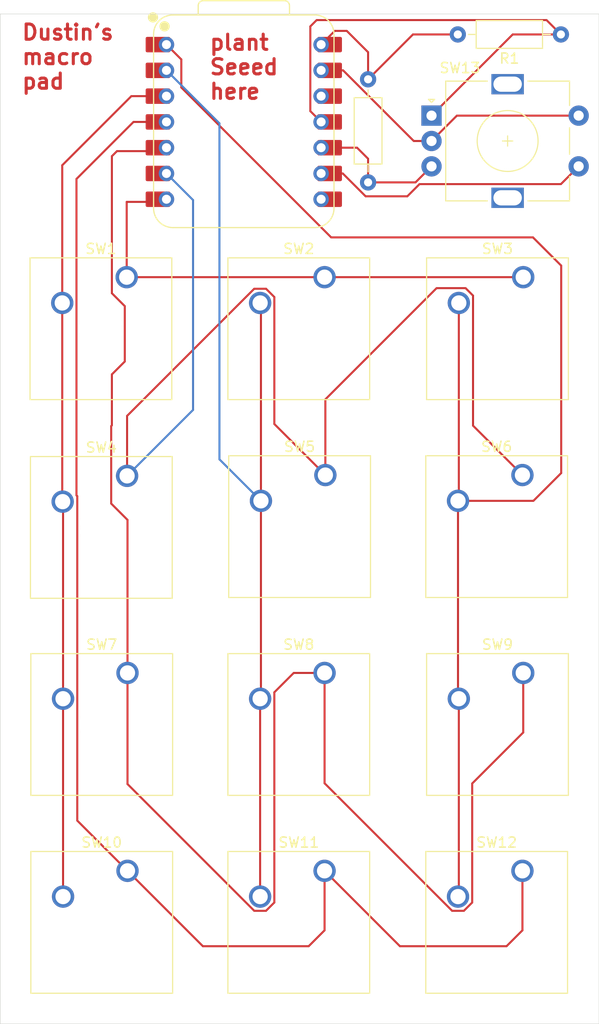
<source format=kicad_pcb>
(kicad_pcb (version 20241229) (generator "pcbnew") (generator_version "9.0")
  (layers (0 "F.Cu" signal) (2 "B.Cu" signal) (13 "F.Paste" user) (15 "B.Paste" user) (5 "F.SilkS" user "F.Silkscreen") (7 "B.SilkS" user "B.Silkscreen") (1 "F.Mask" user) (3 "B.Mask" user) (25 "Edge.Cuts" user))
  (net 0 "")
  (net 1 "Net-(U1-VBUS)")
  (net 2 "Net-(U1-GPIO3{slash}MOSI)")
  (net 3 "Net-(U1-GPIO4{slash}MISO)")
  (net 4 "Net-(U1-GPIO27{slash}ADC1{slash}A1)")
  (net 5 "Net-(U1-GPIO0{slash}TX)")
  (net 6 "Net-(U1-GPIO7{slash}SCL)")
  (net 7 "Net-(U1-GPIO6{slash}SDA)")
  (net 8 "Net-(U1-GPIO29{slash}ADC3{slash}A3)")
  (net 9 "Net-(U1-GPIO26{slash}ADC0{slash}A0)")
  (net 10 "Net-(U1-GPIO28{slash}ADC2{slash}A2)")
  (net 11 "Net-(U1-GND)")
  (net 12 "Net-(U1-GPIO2{slash}SCK)")
  (footprint "Button_Switch_Keyboard:SW_Cherry_MX_1.00u_PCB" (layer "F.Cu") (at 141.96 111.92)
    (property "Reference" "SW11" (at -2.54 -2.794 0) (layer "F.SilkS"))
    (property "Value" "SW_Push")
    (fp_line (start -9.525 -1.905) (end 4.445 -1.905) (stroke (width 0.12)) (layer "F.SilkS"))
    (fp_line (start -9.525 12.065) (end -9.525 -1.905) (stroke (width 0.12)) (layer "F.SilkS"))
    (fp_line (start 4.445 -1.905) (end 4.445 12.065) (stroke (width 0.12)) (layer "F.SilkS"))
    (fp_line (start 4.445 12.065) (end -9.525 12.065) (stroke (width 0.12)) (layer "F.SilkS"))
    (pad "" np_thru_hole circle (at -7.62 5.08) (size 1.7 1.7) (drill 1.7) (layers "*.Cu" "*.Mask"))
    (pad "" np_thru_hole circle (at -2.54 5.08) (size 4 4) (drill 4) (layers "*.Cu" "*.Mask"))
    (pad "" np_thru_hole circle (at 2.54 5.08) (size 1.7 1.7) (drill 1.7) (layers "*.Cu" "*.Mask"))
    (pad "1" thru_hole circle (at 0 0) (size 2.2 2.2) (drill 1.5) (layers "*.Cu" "*.Mask") (net 8 "Net-(U1-GPIO29{slash}ADC3{slash}A3)"))
    (pad "2" thru_hole circle (at -6.35 2.54) (size 2.2 2.2) (drill 1.5) (layers "*.Cu" "*.Mask") (net 4 "Net-(U1-GPIO27{slash}ADC1{slash}A1)"))
  )
  (footprint "Button_Switch_Keyboard:SW_Cherry_MX_1.00u_PCB" (layer "F.Cu") (at 142.04 72.92)
    (property "Reference" "SW5" (at -2.54 -2.794 0) (layer "F.SilkS"))
    (property "Value" "SW_Push")
    (fp_line (start -9.525 -1.905) (end 4.445 -1.905) (stroke (width 0.12)) (layer "F.SilkS"))
    (fp_line (start -9.525 12.065) (end -9.525 -1.905) (stroke (width 0.12)) (layer "F.SilkS"))
    (fp_line (start 4.445 -1.905) (end 4.445 12.065) (stroke (width 0.12)) (layer "F.SilkS"))
    (fp_line (start 4.445 12.065) (end -9.525 12.065) (stroke (width 0.12)) (layer "F.SilkS"))
    (pad "" np_thru_hole circle (at -7.62 5.08) (size 1.7 1.7) (drill 1.7) (layers "*.Cu" "*.Mask"))
    (pad "" np_thru_hole circle (at -2.54 5.08) (size 4 4) (drill 4) (layers "*.Cu" "*.Mask"))
    (pad "" np_thru_hole circle (at 2.54 5.08) (size 1.7 1.7) (drill 1.7) (layers "*.Cu" "*.Mask"))
    (pad "1" thru_hole circle (at 0 0) (size 2.2 2.2) (drill 1.5) (layers "*.Cu" "*.Mask") (net 6 "Net-(U1-GPIO7{slash}SCL)"))
    (pad "2" thru_hole circle (at -6.35 2.54) (size 2.2 2.2) (drill 1.5) (layers "*.Cu" "*.Mask") (net 4 "Net-(U1-GPIO27{slash}ADC1{slash}A1)"))
  )
  (footprint "Rotary_Encoder:RotaryEncoder_Alps_EC11E-Switch_Vertical_H20mm" (layer "F.Cu") (at 152.5 37.5)
    (property "Reference" "SW13" (at 2.8 -4.7 0) (layer "F.SilkS"))
    (property "Value" "RotaryEncoder_Switch")
    (fp_line (start -0.3 -1.6) (end 0.3 -1.6) (stroke (width 0.12)) (layer "F.SilkS"))
    (fp_line (start 0 -1.3) (end -0.3 -1.6) (stroke (width 0.12)) (layer "F.SilkS"))
    (fp_line (start 0.3 -1.6) (end 0 -1.3) (stroke (width 0.12)) (layer "F.SilkS"))
    (fp_line (start 1.4 -3.4) (end 1.4 8.4) (stroke (width 0.12)) (layer "F.SilkS"))
    (fp_line (start 5.5 -3.4) (end 1.4 -3.4) (stroke (width 0.12)) (layer "F.SilkS"))
    (fp_line (start 5.5 8.4) (end 1.4 8.4) (stroke (width 0.12)) (layer "F.SilkS"))
    (fp_line (start 7 2.5) (end 8 2.5) (stroke (width 0.12)) (layer "F.SilkS"))
    (fp_line (start 7.5 2) (end 7.5 3) (stroke (width 0.12)) (layer "F.SilkS"))
    (fp_line (start 9.5 -3.4) (end 13.6 -3.4) (stroke (width 0.12)) (layer "F.SilkS"))
    (fp_line (start 13.6 -3.4) (end 13.6 -1) (stroke (width 0.12)) (layer "F.SilkS"))
    (fp_line (start 13.6 1.2) (end 13.6 3.8) (stroke (width 0.12)) (layer "F.SilkS"))
    (fp_line (start 13.6 6) (end 13.6 8.4) (stroke (width 0.12)) (layer "F.SilkS"))
    (fp_line (start 13.6 8.4) (end 9.5 8.4) (stroke (width 0.12)) (layer "F.SilkS"))
    (fp_circle (center 7.5 2.5) (end 10.5 2.5) (stroke (width 0.12)) (fill no) (layer "F.SilkS"))
    (pad "A" thru_hole rect (at 0 0) (size 2 2) (drill 1) (layers "*.Cu" "*.Mask") (net 2 "Net-(U1-GPIO3{slash}MOSI)"))
    (pad "B" thru_hole circle (at 0 5) (size 2 2) (drill 1) (layers "*.Cu" "*.Mask") (net 3 "Net-(U1-GPIO4{slash}MISO)"))
    (pad "C" thru_hole circle (at 0 2.5) (size 2 2) (drill 1) (layers "*.Cu" "*.Mask") (net 11 "Net-(U1-GND)"))
    (pad "MP" thru_hole rect (at 7.5 -3.1) (size 3.2 2) (drill oval 2.8 1.5) (layers "*.Cu" "*.Mask"))
    (pad "MP" thru_hole rect (at 7.5 8.1) (size 3.2 2) (drill oval 2.8 1.5) (layers "*.Cu" "*.Mask"))
    (pad "S1" thru_hole circle (at 14.5 5) (size 2 2) (drill 1) (layers "*.Cu" "*.Mask") (net 12 "Net-(U1-GPIO2{slash}SCK)"))
    (pad "S2" thru_hole circle (at 14.5 0) (size 2 2) (drill 1) (layers "*.Cu" "*.Mask") (net 11 "Net-(U1-GND)"))
  )
  (footprint "Button_Switch_Keyboard:SW_Cherry_MX_1.00u_PCB" (layer "F.Cu") (at 122.46 53.42)
    (property "Reference" "SW1" (at -2.54 -2.794 0) (layer "F.SilkS"))
    (property "Value" "SW_Push")
    (fp_line (start -9.525 -1.905) (end 4.445 -1.905) (stroke (width 0.12)) (layer "F.SilkS"))
    (fp_line (start -9.525 12.065) (end -9.525 -1.905) (stroke (width 0.12)) (layer "F.SilkS"))
    (fp_line (start 4.445 -1.905) (end 4.445 12.065) (stroke (width 0.12)) (layer "F.SilkS"))
    (fp_line (start 4.445 12.065) (end -9.525 12.065) (stroke (width 0.12)) (layer "F.SilkS"))
    (pad "" np_thru_hole circle (at -7.62 5.08) (size 1.7 1.7) (drill 1.7) (layers "*.Cu" "*.Mask"))
    (pad "" np_thru_hole circle (at -2.54 5.08) (size 4 4) (drill 4) (layers "*.Cu" "*.Mask"))
    (pad "" np_thru_hole circle (at 2.54 5.08) (size 1.7 1.7) (drill 1.7) (layers "*.Cu" "*.Mask"))
    (pad "1" thru_hole circle (at 0 0) (size 2.2 2.2) (drill 1.5) (layers "*.Cu" "*.Mask") (net 5 "Net-(U1-GPIO0{slash}TX)"))
    (pad "2" thru_hole circle (at -6.35 2.54) (size 2.2 2.2) (drill 1.5) (layers "*.Cu" "*.Mask") (net 10 "Net-(U1-GPIO28{slash}ADC2{slash}A2)"))
  )
  (footprint "Button_Switch_Keyboard:SW_Cherry_MX_1.00u_PCB" (layer "F.Cu") (at 141.96 92.42)
    (property "Reference" "SW8" (at -2.54 -2.794 0) (layer "F.SilkS"))
    (property "Value" "SW_Push")
    (fp_line (start -9.525 -1.905) (end 4.445 -1.905) (stroke (width 0.12)) (layer "F.SilkS"))
    (fp_line (start -9.525 12.065) (end -9.525 -1.905) (stroke (width 0.12)) (layer "F.SilkS"))
    (fp_line (start 4.445 -1.905) (end 4.445 12.065) (stroke (width 0.12)) (layer "F.SilkS"))
    (fp_line (start 4.445 12.065) (end -9.525 12.065) (stroke (width 0.12)) (layer "F.SilkS"))
    (pad "" np_thru_hole circle (at -7.62 5.08) (size 1.7 1.7) (drill 1.7) (layers "*.Cu" "*.Mask"))
    (pad "" np_thru_hole circle (at -2.54 5.08) (size 4 4) (drill 4) (layers "*.Cu" "*.Mask"))
    (pad "" np_thru_hole circle (at 2.54 5.08) (size 1.7 1.7) (drill 1.7) (layers "*.Cu" "*.Mask"))
    (pad "1" thru_hole circle (at 0 0) (size 2.2 2.2) (drill 1.5) (layers "*.Cu" "*.Mask") (net 7 "Net-(U1-GPIO6{slash}SDA)"))
    (pad "2" thru_hole circle (at -6.35 2.54) (size 2.2 2.2) (drill 1.5) (layers "*.Cu" "*.Mask") (net 4 "Net-(U1-GPIO27{slash}ADC1{slash}A1)"))
  )
  (footprint "OPL:XIAO-RP2040-DIP" (layer "F.Cu") (at 134 38.12)
    (property "Reference" "U1" (hide yes))
    (property "Value" "XIAO-RP2040-DIP")
    (fp_line (start -8.89 8.509) (end -8.89 -8.636) (stroke (width 0.127)) (layer "F.SilkS"))
    (fp_line (start -6.985 10.414) (end 6.985 10.414) (stroke (width 0.127)) (layer "F.SilkS"))
    (fp_line (start -4.495 -10.541) (end -4.491272 -11.451272) (stroke (width 0.127)) (layer "F.SilkS"))
    (fp_line (start -3.991272 -11.951) (end 4.004 -11.951) (stroke (width 0.127)) (layer "F.SilkS"))
    (fp_line (start 4.504 -11.451) (end 4.504 -10.541) (stroke (width 0.127)) (layer "F.SilkS"))
    (fp_line (start 6.985 -10.541) (end -6.985 -10.541) (stroke (width 0.1)) (layer "F.SilkS"))
    (fp_line (start 6.985 -10.541) (end -6.985 -10.541) (stroke (width 0.127)) (layer "F.SilkS"))
    (fp_line (start 8.89 8.509) (end 8.89 -8.636) (stroke (width 0.127)) (layer "F.SilkS"))
    (fp_arc (start -8.89 -8.636) (mid -8.332038 -9.983038) (end -6.985 -10.541) (stroke (width 0.127)) (layer "F.SilkS"))
    (fp_arc (start -6.985 10.414) (mid -8.332038 9.856038) (end -8.89 8.509) (stroke (width 0.127)) (layer "F.SilkS"))
    (fp_arc (start -4.491272 -11.451272) (mid -4.344728 -11.80464) (end -3.991272 -11.951) (stroke (width 0.127)) (layer "F.SilkS"))
    (fp_arc (start 4.004 -11.951) (mid 4.357553 -11.804553) (end 4.504 -11.451) (stroke (width 0.127)) (layer "F.SilkS"))
    (fp_arc (start 6.985 -10.541) (mid 8.332038 -9.983038) (end 8.89 -8.636) (stroke (width 0.127)) (layer "F.SilkS"))
    (fp_arc (start 8.89 8.509) (mid 8.332038 9.856038) (end 6.985 10.414) (stroke (width 0.127)) (layer "F.SilkS"))
    (fp_circle (center -8.95 -10.3) (end -8.95 -10.554) (stroke (width 0.5)) (fill yes) (layer "F.SilkS"))
    (fp_circle (center -7.807 -9.42) (end -7.807 -9.674) (stroke (width 0.5)) (fill yes) (layer "F.SilkS"))
    (pad "1" smd roundrect (at -8.455 -7.62 180) (size 2.432 1.524) (layers "F.Cu" "F.Mask") (roundrect_rratio 0.1) (net 9 "Net-(U1-GPIO26{slash}ADC0{slash}A0)"))
    (pad "1" thru_hole circle (at -7.62 -7.62 180) (size 1.524 1.524) (drill 0.889) (layers "*.Cu" "*.Mask") (net 9 "Net-(U1-GPIO26{slash}ADC0{slash}A0)"))
    (pad "2" smd roundrect (at -8.455 -5.08 180) (size 2.432 1.524) (layers "F.Cu" "F.Mask") (roundrect_rratio 0.1) (net 4 "Net-(U1-GPIO27{slash}ADC1{slash}A1)"))
    (pad "2" thru_hole circle (at -7.62 -5.08 180) (size 1.524 1.524) (drill 0.889) (layers "*.Cu" "*.Mask") (net 4 "Net-(U1-GPIO27{slash}ADC1{slash}A1)"))
    (pad "3" smd roundrect (at -8.455 -2.54 180) (size 2.432 1.524) (layers "F.Cu" "F.Mask") (roundrect_rratio 0.1) (net 10 "Net-(U1-GPIO28{slash}ADC2{slash}A2)"))
    (pad "3" thru_hole circle (at -7.62 -2.54 180) (size 1.524 1.524) (drill 0.889) (layers "*.Cu" "*.Mask") (net 10 "Net-(U1-GPIO28{slash}ADC2{slash}A2)"))
    (pad "4" smd roundrect (at -8.455 0 180) (size 2.432 1.524) (layers "F.Cu" "F.Mask") (roundrect_rratio 0.1) (net 8 "Net-(U1-GPIO29{slash}ADC3{slash}A3)"))
    (pad "4" thru_hole circle (at -7.62 0 180) (size 1.524 1.524) (drill 0.889) (layers "*.Cu" "*.Mask") (net 8 "Net-(U1-GPIO29{slash}ADC3{slash}A3)"))
    (pad "5" smd roundrect (at -8.455 2.54 180) (size 2.432 1.524) (layers "F.Cu" "F.Mask") (roundrect_rratio 0.1) (net 7 "Net-(U1-GPIO6{slash}SDA)"))
    (pad "5" thru_hole circle (at -7.62 2.54 180) (size 1.524 1.524) (drill 0.889) (layers "*.Cu" "*.Mask") (net 7 "Net-(U1-GPIO6{slash}SDA)"))
    (pad "6" smd roundrect (at -8.455 5.08 180) (size 2.432 1.524) (layers "F.Cu" "F.Mask") (roundrect_rratio 0.1) (net 6 "Net-(U1-GPIO7{slash}SCL)"))
    (pad "6" thru_hole circle (at -7.62 5.08 180) (size 1.524 1.524) (drill 0.889) (layers "*.Cu" "*.Mask") (net 6 "Net-(U1-GPIO7{slash}SCL)"))
    (pad "7" smd roundrect (at -8.455 7.62 180) (size 2.432 1.524) (layers "F.Cu" "F.Mask") (roundrect_rratio 0.1) (net 5 "Net-(U1-GPIO0{slash}TX)"))
    (pad "7" thru_hole circle (at -7.62 7.62 180) (size 1.524 1.524) (drill 0.889) (layers "*.Cu" "*.Mask") (net 5 "Net-(U1-GPIO0{slash}TX)"))
    (pad "8" thru_hole circle (at 7.62 7.62) (size 1.524 1.524) (drill 0.889) (layers "*.Cu" "*.Mask"))
    (pad "8" smd roundrect (at 8.455 7.62) (size 2.432 1.524) (layers "F.Cu" "F.Mask") (roundrect_rratio 0.1))
    (pad "9" thru_hole circle (at 7.62 5.08) (size 1.524 1.524) (drill 0.889) (layers "*.Cu" "*.Mask") (net 12 "Net-(U1-GPIO2{slash}SCK)"))
    (pad "9" smd roundrect (at 8.455 5.08) (size 2.432 1.524) (layers "F.Cu" "F.Mask") (roundrect_rratio 0.1) (net 12 "Net-(U1-GPIO2{slash}SCK)"))
    (pad "10" thru_hole circle (at 7.62 2.54) (size 1.524 1.524) (drill 0.889) (layers "*.Cu" "*.Mask") (net 3 "Net-(U1-GPIO4{slash}MISO)"))
    (pad "10" smd roundrect (at 8.455 2.54) (size 2.432 1.524) (layers "F.Cu" "F.Mask") (roundrect_rratio 0.1) (net 3 "Net-(U1-GPIO4{slash}MISO)"))
    (pad "11" thru_hole circle (at 7.62 0) (size 1.524 1.524) (drill 0.889) (layers "*.Cu" "*.Mask") (net 2 "Net-(U1-GPIO3{slash}MOSI)"))
    (pad "11" smd roundrect (at 8.455 0) (size 2.432 1.524) (layers "F.Cu" "F.Mask") (roundrect_rratio 0.1) (net 2 "Net-(U1-GPIO3{slash}MOSI)"))
    (pad "12" thru_hole circle (at 7.62 -2.54) (size 1.524 1.524) (drill 0.889) (layers "*.Cu" "*.Mask"))
    (pad "12" smd roundrect (at 8.455 -2.54) (size 2.432 1.524) (layers "F.Cu" "F.Mask") (roundrect_rratio 0.1))
    (pad "13" thru_hole circle (at 7.62 -5.08) (size 1.524 1.524) (drill 0.889) (layers "*.Cu" "*.Mask") (net 11 "Net-(U1-GND)"))
    (pad "13" smd roundrect (at 8.455 -5.08) (size 2.432 1.524) (layers "F.Cu" "F.Mask") (roundrect_rratio 0.1) (net 11 "Net-(U1-GND)"))
    (pad "14" thru_hole circle (at 7.62 -7.62) (size 1.524 1.524) (drill 0.889) (layers "*.Cu" "*.Mask") (net 1 "Net-(U1-VBUS)"))
    (pad "14" smd roundrect (at 8.455 -7.62) (size 2.432 1.524) (layers "F.Cu" "F.Mask") (roundrect_rratio 0.1) (net 1 "Net-(U1-VBUS)"))
  )
  (footprint "Button_Switch_Keyboard:SW_Cherry_MX_1.00u_Plate" (layer "F.Cu") (at 122.5 73)
    (property "Reference" "SW4" (at -2.54 -2.794 0) (layer "F.SilkS"))
    (property "Value" "SW_Push")
    (fp_line (start -9.525 -1.905) (end 4.445 -1.905) (stroke (width 0.12)) (layer "F.SilkS"))
    (fp_line (start -9.525 12.065) (end -9.525 -1.905) (stroke (width 0.12)) (layer "F.SilkS"))
    (fp_line (start 4.445 -1.905) (end 4.445 12.065) (stroke (width 0.12)) (layer "F.SilkS"))
    (fp_line (start 4.445 12.065) (end -9.525 12.065) (stroke (width 0.12)) (layer "F.SilkS"))
    (pad "" np_thru_hole circle (at -2.54 5.08) (size 4 4) (drill 4) (layers "*.Cu" "*.Mask"))
    (pad "1" thru_hole circle (at 0 0) (size 2.2 2.2) (drill 1.5) (layers "*.Cu" "*.Mask") (net 6 "Net-(U1-GPIO7{slash}SCL)"))
    (pad "2" thru_hole circle (at -6.35 2.54) (size 2.2 2.2) (drill 1.5) (layers "*.Cu" "*.Mask") (net 10 "Net-(U1-GPIO28{slash}ADC2{slash}A2)"))
  )
  (footprint "Button_Switch_Keyboard:SW_Cherry_MX_1.00u_Plate" (layer "F.Cu") (at 122.54 92.42)
    (property "Reference" "SW7" (at -2.54 -2.794 0) (layer "F.SilkS"))
    (property "Value" "SW_Push")
    (fp_line (start -9.525 -1.905) (end 4.445 -1.905) (stroke (width 0.12)) (layer "F.SilkS"))
    (fp_line (start -9.525 12.065) (end -9.525 -1.905) (stroke (width 0.12)) (layer "F.SilkS"))
    (fp_line (start 4.445 -1.905) (end 4.445 12.065) (stroke (width 0.12)) (layer "F.SilkS"))
    (fp_line (start 4.445 12.065) (end -9.525 12.065) (stroke (width 0.12)) (layer "F.SilkS"))
    (pad "" np_thru_hole circle (at -2.54 5.08) (size 4 4) (drill 4) (layers "*.Cu" "*.Mask"))
    (pad "1" thru_hole circle (at 0 0) (size 2.2 2.2) (drill 1.5) (layers "*.Cu" "*.Mask") (net 7 "Net-(U1-GPIO6{slash}SDA)"))
    (pad "2" thru_hole circle (at -6.35 2.54) (size 2.2 2.2) (drill 1.5) (layers "*.Cu" "*.Mask") (net 10 "Net-(U1-GPIO28{slash}ADC2{slash}A2)"))
  )
  (footprint "Button_Switch_Keyboard:SW_Cherry_MX_1.00u_PCB" (layer "F.Cu") (at 161.54 92.42)
    (property "Reference" "SW9" (at -2.54 -2.794 0) (layer "F.SilkS"))
    (property "Value" "SW_Push")
    (fp_line (start -9.525 -1.905) (end 4.445 -1.905) (stroke (width 0.12)) (layer "F.SilkS"))
    (fp_line (start -9.525 12.065) (end -9.525 -1.905) (stroke (width 0.12)) (layer "F.SilkS"))
    (fp_line (start 4.445 -1.905) (end 4.445 12.065) (stroke (width 0.12)) (layer "F.SilkS"))
    (fp_line (start 4.445 12.065) (end -9.525 12.065) (stroke (width 0.12)) (layer "F.SilkS"))
    (pad "" np_thru_hole circle (at -7.62 5.08) (size 1.7 1.7) (drill 1.7) (layers "*.Cu" "*.Mask"))
    (pad "" np_thru_hole circle (at -2.54 5.08) (size 4 4) (drill 4) (layers "*.Cu" "*.Mask"))
    (pad "" np_thru_hole circle (at 2.54 5.08) (size 1.7 1.7) (drill 1.7) (layers "*.Cu" "*.Mask"))
    (pad "1" thru_hole circle (at 0 0) (size 2.2 2.2) (drill 1.5) (layers "*.Cu" "*.Mask") (net 7 "Net-(U1-GPIO6{slash}SDA)"))
    (pad "2" thru_hole circle (at -6.35 2.54) (size 2.2 2.2) (drill 1.5) (layers "*.Cu" "*.Mask") (net 9 "Net-(U1-GPIO26{slash}ADC0{slash}A0)"))
  )
  (footprint "Resistor_THT:R_Axial_DIN0207_L6.3mm_D2.5mm_P10.16mm_Horizontal" (layer "F.Cu") (at 146.25 44.08 90)
    (property "Reference" "R2" (hide yes))
    (property "Value" "R_US")
    (fp_line (start 9.12 0) (end 8.35 0) (stroke (width 0.12)) (layer "F.SilkS"))
    (fp_line (start 1.04 0) (end 1.81 0) (stroke (width 0.12)) (layer "F.SilkS"))
    (fp_rect (start 1.81 -1.37) (end 8.35 1.37) (stroke (width 0.12)) (fill no) (layer "F.SilkS"))
    (pad "1" thru_hole circle (at 0 0 90) (size 1.6 1.6) (drill 0.8) (layers "*.Cu" "*.Mask") (net 3 "Net-(U1-GPIO4{slash}MISO)"))
    (pad "2" thru_hole circle (at 10.16 0 90) (size 1.6 1.6) (drill 0.8) (layers "*.Cu" "*.Mask") (net 1 "Net-(U1-VBUS)"))
  )
  (footprint "Button_Switch_Keyboard:SW_Cherry_MX_1.00u_PCB" (layer "F.Cu") (at 161.54 53.42)
    (property "Reference" "SW3" (at -2.54 -2.794 0) (layer "F.SilkS"))
    (property "Value" "SW_Push")
    (fp_line (start -9.525 -1.905) (end 4.445 -1.905) (stroke (width 0.12)) (layer "F.SilkS"))
    (fp_line (start -9.525 12.065) (end -9.525 -1.905) (stroke (width 0.12)) (layer "F.SilkS"))
    (fp_line (start 4.445 -1.905) (end 4.445 12.065) (stroke (width 0.12)) (layer "F.SilkS"))
    (fp_line (start 4.445 12.065) (end -9.525 12.065) (stroke (width 0.12)) (layer "F.SilkS"))
    (pad "" np_thru_hole circle (at -7.62 5.08) (size 1.7 1.7) (drill 1.7) (layers "*.Cu" "*.Mask"))
    (pad "" np_thru_hole circle (at -2.54 5.08) (size 4 4) (drill 4) (layers "*.Cu" "*.Mask"))
    (pad "" np_thru_hole circle (at 2.54 5.08) (size 1.7 1.7) (drill 1.7) (layers "*.Cu" "*.Mask"))
    (pad "1" thru_hole circle (at 0 0) (size 2.2 2.2) (drill 1.5) (layers "*.Cu" "*.Mask") (net 5 "Net-(U1-GPIO0{slash}TX)"))
    (pad "2" thru_hole circle (at -6.35 2.54) (size 2.2 2.2) (drill 1.5) (layers "*.Cu" "*.Mask") (net 9 "Net-(U1-GPIO26{slash}ADC0{slash}A0)"))
  )
  (footprint "Button_Switch_Keyboard:SW_Cherry_MX_1.00u_PCB" (layer "F.Cu") (at 141.96 53.42)
    (property "Reference" "SW2" (at -2.54 -2.794 0) (layer "F.SilkS"))
    (property "Value" "SW_Push")
    (fp_line (start -9.525 -1.905) (end 4.445 -1.905) (stroke (width 0.12)) (layer "F.SilkS"))
    (fp_line (start -9.525 12.065) (end -9.525 -1.905) (stroke (width 0.12)) (layer "F.SilkS"))
    (fp_line (start 4.445 -1.905) (end 4.445 12.065) (stroke (width 0.12)) (layer "F.SilkS"))
    (fp_line (start 4.445 12.065) (end -9.525 12.065) (stroke (width 0.12)) (layer "F.SilkS"))
    (pad "" np_thru_hole circle (at -7.62 5.08) (size 1.7 1.7) (drill 1.7) (layers "*.Cu" "*.Mask"))
    (pad "" np_thru_hole circle (at -2.54 5.08) (size 4 4) (drill 4) (layers "*.Cu" "*.Mask"))
    (pad "" np_thru_hole circle (at 2.54 5.08) (size 1.7 1.7) (drill 1.7) (layers "*.Cu" "*.Mask"))
    (pad "1" thru_hole circle (at 0 0) (size 2.2 2.2) (drill 1.5) (layers "*.Cu" "*.Mask") (net 5 "Net-(U1-GPIO0{slash}TX)"))
    (pad "2" thru_hole circle (at -6.35 2.54) (size 2.2 2.2) (drill 1.5) (layers "*.Cu" "*.Mask") (net 4 "Net-(U1-GPIO27{slash}ADC1{slash}A1)"))
  )
  (footprint "Button_Switch_Keyboard:SW_Cherry_MX_1.00u_PCB" (layer "F.Cu") (at 161.46 72.92)
    (property "Reference" "SW6" (at -2.54 -2.794 0) (layer "F.SilkS"))
    (property "Value" "SW_Push")
    (fp_line (start -9.525 -1.905) (end 4.445 -1.905) (stroke (width 0.12)) (layer "F.SilkS"))
    (fp_line (start -9.525 12.065) (end -9.525 -1.905) (stroke (width 0.12)) (layer "F.SilkS"))
    (fp_line (start 4.445 -1.905) (end 4.445 12.065) (stroke (width 0.12)) (layer "F.SilkS"))
    (fp_line (start 4.445 12.065) (end -9.525 12.065) (stroke (width 0.12)) (layer "F.SilkS"))
    (pad "" np_thru_hole circle (at -7.62 5.08) (size 1.7 1.7) (drill 1.7) (layers "*.Cu" "*.Mask"))
    (pad "" np_thru_hole circle (at -2.54 5.08) (size 4 4) (drill 4) (layers "*.Cu" "*.Mask"))
    (pad "" np_thru_hole circle (at 2.54 5.08) (size 1.7 1.7) (drill 1.7) (layers "*.Cu" "*.Mask"))
    (pad "1" thru_hole circle (at 0 0) (size 2.2 2.2) (drill 1.5) (layers "*.Cu" "*.Mask") (net 6 "Net-(U1-GPIO7{slash}SCL)"))
    (pad "2" thru_hole circle (at -6.35 2.54) (size 2.2 2.2) (drill 1.5) (layers "*.Cu" "*.Mask") (net 9 "Net-(U1-GPIO26{slash}ADC0{slash}A0)"))
  )
  (footprint "Button_Switch_Keyboard:SW_Cherry_MX_1.00u_PCB" (layer "F.Cu") (at 161.46 111.92)
    (property "Reference" "SW12" (at -2.54 -2.794 0) (layer "F.SilkS"))
    (property "Value" "SW_Push")
    (fp_line (start -9.525 -1.905) (end 4.445 -1.905) (stroke (width 0.12)) (layer "F.SilkS"))
    (fp_line (start -9.525 12.065) (end -9.525 -1.905) (stroke (width 0.12)) (layer "F.SilkS"))
    (fp_line (start 4.445 -1.905) (end 4.445 12.065) (stroke (width 0.12)) (layer "F.SilkS"))
    (fp_line (start 4.445 12.065) (end -9.525 12.065) (stroke (width 0.12)) (layer "F.SilkS"))
    (pad "" np_thru_hole circle (at -7.62 5.08) (size 1.7 1.7) (drill 1.7) (layers "*.Cu" "*.Mask"))
    (pad "" np_thru_hole circle (at -2.54 5.08) (size 4 4) (drill 4) (layers "*.Cu" "*.Mask"))
    (pad "" np_thru_hole circle (at 2.54 5.08) (size 1.7 1.7) (drill 1.7) (layers "*.Cu" "*.Mask"))
    (pad "1" thru_hole circle (at 0 0) (size 2.2 2.2) (drill 1.5) (layers "*.Cu" "*.Mask") (net 8 "Net-(U1-GPIO29{slash}ADC3{slash}A3)"))
    (pad "2" thru_hole circle (at -6.35 2.54) (size 2.2 2.2) (drill 1.5) (layers "*.Cu" "*.Mask") (net 9 "Net-(U1-GPIO26{slash}ADC0{slash}A0)"))
  )
  (footprint "Resistor_THT:R_Axial_DIN0207_L6.3mm_D2.5mm_P10.16mm_Horizontal" (layer "F.Cu") (at 165.25 29.5 180)
    (property "Reference" "R1" (at 5.08 -2.37 0) (layer "F.SilkS"))
    (property "Value" "10K")
    (fp_line (start 9.12 0) (end 8.35 0) (stroke (width 0.12)) (layer "F.SilkS"))
    (fp_line (start 1.04 0) (end 1.81 0) (stroke (width 0.12)) (layer "F.SilkS"))
    (fp_rect (start 1.81 -1.37) (end 8.35 1.37) (stroke (width 0.12)) (fill no) (layer "F.SilkS"))
    (pad "1" thru_hole circle (at 0 0 180) (size 1.6 1.6) (drill 0.8) (layers "*.Cu" "*.Mask") (net 2 "Net-(U1-GPIO3{slash}MOSI)"))
    (pad "2" thru_hole circle (at 10.16 0 180) (size 1.6 1.6) (drill 0.8) (layers "*.Cu" "*.Mask") (net 1 "Net-(U1-VBUS)"))
  )
  (footprint "Button_Switch_Keyboard:SW_Cherry_MX_1.00u_PCB" (layer "F.Cu") (at 122.54 111.92)
    (property "Reference" "SW10" (at -2.54 -2.794 0) (layer "F.SilkS"))
    (property "Value" "SW_Push")
    (fp_line (start -9.525 -1.905) (end 4.445 -1.905) (stroke (width 0.12)) (layer "F.SilkS"))
    (fp_line (start -9.525 12.065) (end -9.525 -1.905) (stroke (width 0.12)) (layer "F.SilkS"))
    (fp_line (start 4.445 -1.905) (end 4.445 12.065) (stroke (width 0.12)) (layer "F.SilkS"))
    (fp_line (start 4.445 12.065) (end -9.525 12.065) (stroke (width 0.12)) (layer "F.SilkS"))
    (pad "" np_thru_hole circle (at -7.62 5.08) (size 1.7 1.7) (drill 1.7) (layers "*.Cu" "*.Mask"))
    (pad "" np_thru_hole circle (at -2.54 5.08) (size 4 4) (drill 4) (layers "*.Cu" "*.Mask"))
    (pad "" np_thru_hole circle (at 2.54 5.08) (size 1.7 1.7) (drill 1.7) (layers "*.Cu" "*.Mask"))
    (pad "1" thru_hole circle (at 0 0) (size 2.2 2.2) (drill 1.5) (layers "*.Cu" "*.Mask") (net 8 "Net-(U1-GPIO29{slash}ADC3{slash}A3)"))
    (pad "2" thru_hole circle (at -6.35 2.54) (size 2.2 2.2) (drill 1.5) (layers "*.Cu" "*.Mask") (net 10 "Net-(U1-GPIO28{slash}ADC2{slash}A2)"))
  )
  (gr_rect (start 110 27.48) (end 169 127) (stroke (width 0.05)) (fill no) (layer "Edge.Cuts"))
  (gr_text "Dustin's \nmacro\npad" (at 112 35 0) (layer "F.Cu") (effects (font (size 1.5 1.5) (thickness 0.3) (bold yes)) (justify left bottom)))
  (gr_text "plant \nSeeed \nhere" (at 130.5 36 0) (layer "F.Cu") (effects (font (size 1.5 1.5) (thickness 0.3) (bold yes)) (justify left bottom)))
  (segment (start 142.9715 29.1485) (end 144.1485 29.1485) (width 0.2) (layer "F.Cu") (net 1))
  (segment (start 155.09 29.5) (end 150.67 29.5) (width 0.2) (layer "F.Cu") (net 1))
  (segment (start 144.1485 29.1485) (end 146.25 31.25) (width 0.2) (layer "F.Cu") (net 1))
  (segment (start 146.25 31.25) (end 146.25 33.92) (width 0.2) (layer "F.Cu") (net 1))
  (segment (start 141.62 30.5) (end 142.9715 29.1485) (width 0.2) (layer "F.Cu") (net 1))
  (segment (start 150.67 29.5) (end 146.25 33.92) (width 0.2) (layer "F.Cu") (net 1))
  (segment (start 140.557 37.057) (end 140.557 28.70819) (width 0.2) (layer "F.Cu") (net 2))
  (segment (start 160.5 29.5) (end 165.25 29.5) (width 0.2) (layer "F.Cu") (net 2))
  (segment (start 152.5 37.5) (end 160.5 29.5) (width 0.2) (layer "F.Cu") (net 2))
  (segment (start 151.7685 36.7685) (end 152.5 37.5) (width 0.2) (layer "F.Cu") (net 2))
  (segment (start 141.62 38.12) (end 140.557 37.057) (width 0.2) (layer "F.Cu") (net 2))
  (segment (start 141.17969 28.0855) (end 163.8355 28.0855) (width 0.2) (layer "F.Cu") (net 2))
  (segment (start 163.8355 28.0855) (end 165.25 29.5) (width 0.2) (layer "F.Cu") (net 2))
  (segment (start 140.557 28.70819) (end 141.17969 28.0855) (width 0.2) (layer "F.Cu") (net 2))
  (segment (start 146.25 41.75) (end 145.16 40.66) (width 0.2) (layer "F.Cu") (net 3))
  (segment (start 150.92 44.08) (end 152.5 42.5) (width 0.2) (layer "F.Cu") (net 3))
  (segment (start 145.16 40.66) (end 141.62 40.66) (width 0.2) (layer "F.Cu") (net 3))
  (segment (start 146.25 44.08) (end 146.25 41.75) (width 0.2) (layer "F.Cu") (net 3))
  (segment (start 146.25 44.08) (end 150.92 44.08) (width 0.2) (layer "F.Cu") (net 3))
  (segment (start 135.69 94.88) (end 135.61 94.96) (width 0.2) (layer "F.Cu") (net 4))
  (segment (start 135.69 75.46) (end 135.69 94.88) (width 0.2) (layer "F.Cu") (net 4))
  (segment (start 135.69 75.46) (end 135.69 56.04) (width 0.2) (layer "F.Cu") (net 4))
  (segment (start 135.61 75.38) (end 135.69 75.46) (width 0.2) (layer "F.Cu") (net 4))
  (segment (start 135.61 114.46) (end 135.61 94.96) (width 0.2) (layer "F.Cu") (net 4))
  (segment (start 135.69 56.04) (end 135.61 55.96) (width 0.2) (layer "F.Cu") (net 4))
  (segment (start 126.38 33.04) (end 131.601 38.261) (width 0.2) (layer "B.Cu") (net 4))
  (segment (start 131.601 71.371) (end 135.69 75.46) (width 0.2) (layer "B.Cu") (net 4))
  (segment (start 131.601 38.261) (end 131.601 71.371) (width 0.2) (layer "B.Cu") (net 4))
  (segment (start 122.46 53.42) (end 122.46 46) (width 0.2) (layer "F.Cu") (net 5))
  (segment (start 122.46 53.42) (end 141.96 53.42) (width 0.2) (layer "F.Cu") (net 5))
  (segment (start 141.96 53.42) (end 161.54 53.42) (width 0.2) (layer "F.Cu") (net 5))
  (segment (start 125.285 46) (end 125.545 45.74) (width 0.2) (layer "F.Cu") (net 5))
  (segment (start 122.46 46) (end 125.285 46) (width 0.2) (layer "F.Cu") (net 5))
  (segment (start 122.58 53.42) (end 122.46 53.42) (width 0.2) (layer "F.Cu") (net 5))
  (segment (start 122.5 73) (end 122.5 67.088686) (width 0.2) (layer "F.Cu") (net 6))
  (segment (start 156.591 68.051) (end 161.46 72.92) (width 0.2) (layer "F.Cu") (net 6))
  (segment (start 153 54.5) (end 155.855657 54.5) (width 0.2) (layer "F.Cu") (net 6))
  (segment (start 156.591 55.235343) (end 156.591 68.051) (width 0.2) (layer "F.Cu") (net 6))
  (segment (start 122.5 67.088686) (end 135.029686 54.559) (width 0.2) (layer "F.Cu") (net 6))
  (segment (start 137.011 55.379686) (end 137.011 67.891) (width 0.2) (layer "F.Cu") (net 6))
  (segment (start 137.011 67.891) (end 142.04 72.92) (width 0.2) (layer "F.Cu") (net 6))
  (segment (start 142.04 65.46) (end 153 54.5) (width 0.2) (layer "F.Cu") (net 6))
  (segment (start 136.190314 54.559) (end 137.011 55.379686) (width 0.2) (layer "F.Cu") (net 6))
  (segment (start 135.029686 54.559) (end 136.190314 54.559) (width 0.2) (layer "F.Cu") (net 6))
  (segment (start 155.855657 54.5) (end 156.591 55.235343) (width 0.2) (layer "F.Cu") (net 6))
  (segment (start 142.04 72.92) (end 142.04 65.46) (width 0.2) (layer "F.Cu") (net 6))
  (segment (start 129 45.82) (end 129 66.5) (width 0.2) (layer "B.Cu") (net 6))
  (segment (start 129 66.5) (end 122.5 73) (width 0.2) (layer "B.Cu") (net 6))
  (segment (start 126.38 43.2) (end 129 45.82) (width 0.2) (layer "B.Cu") (net 6))
  (segment (start 126.04 41) (end 126.38 40.66) (width 0.2) (layer "F.Cu") (net 7))
  (segment (start 121 41.5) (end 121.5 41) (width 0.2) (layer "F.Cu") (net 7))
  (segment (start 138.92 92.42) (end 141.96 92.42) (width 0.2) (layer "F.Cu") (net 7))
  (segment (start 154.529686 115.861) (end 155.690314 115.861) (width 0.2) (layer "F.Cu") (net 7))
  (segment (start 121 68.021586) (end 121 63) (width 0.2) (layer "F.Cu") (net 7))
  (segment (start 121 55) (end 121 41.5) (width 0.2) (layer "F.Cu") (net 7))
  (segment (start 121.5 41) (end 126.04 41) (width 0.2) (layer "F.Cu") (net 7))
  (segment (start 156.511 103.313816) (end 161.54 98.284816) (width 0.2) (layer "F.Cu") (net 7))
  (segment (start 121 63) (end 122.271 61.729) (width 0.2) (layer "F.Cu") (net 7))
  (segment (start 137.011 115.040314) (end 137.011 94.329) (width 0.2) (layer "F.Cu") (net 7))
  (segment (start 122.271 61.729) (end 122.271 56.271) (width 0.2) (layer "F.Cu") (net 7))
  (segment (start 120.933816 75.729) (end 120.933816 68.08777) (width 0.2) (layer "F.Cu") (net 7))
  (segment (start 161.54 98.284816) (end 161.54 92.42) (width 0.2) (layer "F.Cu") (net 7))
  (segment (start 135.029686 115.861) (end 136.190314 115.861) (width 0.2) (layer "F.Cu") (net 7))
  (segment (start 122.54 103.371314) (end 135.029686 115.861) (width 0.2) (layer "F.Cu") (net 7))
  (segment (start 137.011 94.329) (end 138.92 92.42) (width 0.2) (layer "F.Cu") (net 7))
  (segment (start 122.54 92.42) (end 122.54 77.335184) (width 0.2) (layer "F.Cu") (net 7))
  (segment (start 122.54 77.335184) (end 120.933816 75.729) (width 0.2) (layer "F.Cu") (net 7))
  (segment (start 122.54 92.42) (end 122.54 103.371314) (width 0.2) (layer "F.Cu") (net 7))
  (segment (start 122.271 56.271) (end 121 55) (width 0.2) (layer "F.Cu") (net 7))
  (segment (start 155.690314 115.861) (end 156.511 115.040314) (width 0.2) (layer "F.Cu") (net 7))
  (segment (start 120.933816 68.08777) (end 121 68.021586) (width 0.2) (layer "F.Cu") (net 7))
  (segment (start 156.511 115.040314) (end 156.511 103.313816) (width 0.2) (layer "F.Cu") (net 7))
  (segment (start 141.96 92.42) (end 141.96 103.291314) (width 0.2) (layer "F.Cu") (net 7))
  (segment (start 141.96 103.291314) (end 154.529686 115.861) (width 0.2) (layer "F.Cu") (net 7))
  (segment (start 136.190314 115.861) (end 137.011 115.040314) (width 0.2) (layer "F.Cu") (net 7))
  (segment (start 117.511 43.739) (end 117.511 74.919686) (width 0.2) (layer "F.Cu") (net 8))
  (segment (start 141.96 117.784816) (end 141.96 111.92) (width 0.2) (layer "F.Cu") (net 8))
  (segment (start 117.591 106.971) (end 122.54 111.92) (width 0.2) (layer "F.Cu") (net 8))
  (segment (start 149.391 119.351) (end 159.893816 119.351) (width 0.2) (layer "F.Cu") (net 8))
  (segment (start 159.893816 119.351) (end 161.46 117.784816) (width 0.2) (layer "F.Cu") (net 8))
  (segment (start 123.13 38.12) (end 117.511 43.739) (width 0.2) (layer "F.Cu") (net 8))
  (segment (start 122.54 111.92) (end 129.971 119.351) (width 0.2) (layer "F.Cu") (net 8))
  (segment (start 129.971 119.351) (end 140.393816 119.351) (width 0.2) (layer "F.Cu") (net 8))
  (segment (start 161.46 117.784816) (end 161.46 111.92) (width 0.2) (layer "F.Cu") (net 8))
  (segment (start 125.0285 38.12) (end 123.13 38.12) (width 0.2) (layer "F.Cu") (net 8))
  (segment (start 140.393816 119.351) (end 141.96 117.784816) (width 0.2) (layer "F.Cu") (net 8))
  (segment (start 117.511 74.919686) (end 117.591 74.999686) (width 0.2) (layer "F.Cu") (net 8))
  (segment (start 141.96 111.92) (end 149.391 119.351) (width 0.2) (layer "F.Cu") (net 8))
  (segment (start 117.591 74.999686) (end 117.591 106.971) (width 0.2) (layer "F.Cu") (net 8))
  (segment (start 162.5 49.5) (end 165.281 52.281) (width 0.2) (layer "F.Cu") (net 9))
  (segment (start 155.19 55.96) (end 155.19 75.38) (width 0.2) (layer "F.Cu") (net 9))
  (segment (start 127.844 34.729905) (end 142.614095 49.5) (width 0.2) (layer "F.Cu") (net 9))
  (segment (start 155.19 114.38) (end 155.11 114.46) (width 0.2) (layer "F.Cu") (net 9))
  (segment (start 126.38 30.5) (end 127.844 31.964) (width 0.2) (layer "F.Cu") (net 9))
  (segment (start 127.844 31.964) (end 127.844 34.729905) (width 0.2) (layer "F.Cu") (net 9))
  (segment (start 155.11 94.88) (end 155.19 94.96) (width 0.2) (layer "F.Cu") (net 9))
  (segment (start 165.281 52.281) (end 165.281 72.719) (width 0.2) (layer "F.Cu") (net 9))
  (segment (start 142.614095 49.5) (end 162.5 49.5) (width 0.2) (layer "F.Cu") (net 9))
  (segment (start 165.281 72.719) (end 162.54 75.46) (width 0.2) (layer "F.Cu") (net 9))
  (segment (start 155.19 94.96) (end 155.19 114.38) (width 0.2) (layer "F.Cu") (net 9))
  (segment (start 155.19 75.38) (end 155.11 75.46) (width 0.2) (layer "F.Cu") (net 9))
  (segment (start 162.54 75.46) (end 155.11 75.46) (width 0.2) (layer "F.Cu") (net 9))
  (segment (start 155.11 75.46) (end 155.11 94.88) (width 0.2) (layer "F.Cu") (net 9))
  (segment (start 125.0285 35.58) (end 122.92 35.58) (width 0.2) (layer "F.Cu") (net 10))
  (segment (start 116.11 75.5) (end 116.15 75.54) (width 0.2) (layer "F.Cu") (net 10))
  (segment (start 116.19 94.96) (end 116.19 114.46) (width 0.2) (layer "F.Cu") (net 10))
  (segment (start 116.11 55.96) (end 116.11 75.5) (width 0.2) (layer "F.Cu") (net 10))
  (segment (start 116.19 94.96) (end 116.19 75.58) (width 0.2) (layer "F.Cu") (net 10))
  (segment (start 116.11 42.39) (end 116.11 55.96) (width 0.2) (layer "F.Cu") (net 10))
  (segment (start 116.19 75.58) (end 116.15 75.54) (width 0.2) (layer "F.Cu") (net 10))
  (segment (start 122.92 35.58) (end 116.11 42.39) (width 0.2) (layer "F.Cu") (net 10))
  (segment (start 152.5 40) (end 155 37.5) (width 0.2) (layer "F.Cu") (net 11))
  (segment (start 152.5 40) (end 150.75 40) (width 0.2) (layer "F.Cu") (net 11))
  (segment (start 143.79 33.04) (end 142.455 33.04) (width 0.2) (layer "F.Cu") (net 11))
  (segment (start 155 37.5) (end 167 37.5) (width 0.2) (layer "F.Cu") (net 11))
  (segment (start 150.75 40) (end 143.79 33.04) (width 0.2) (layer "F.Cu") (net 11))
  (segment (start 143.75325 43.2) (end 142.455 43.2) (width 0.2) (layer "F.Cu") (net 12))
  (segment (start 165.25 44.25) (end 151.3171 44.25) (width 0.2) (layer "F.Cu") (net 12))
  (segment (start 146.00475 45.4515) (end 143.75325 43.2) (width 0.2) (layer "F.Cu") (net 12))
  (segment (start 150.1156 45.4515) (end 146.00475 45.4515) (width 0.2) (layer "F.Cu") (net 12))
  (segment (start 167 42.5) (end 165.25 44.25) (width 0.2) (layer "F.Cu") (net 12))
  (segment (start 151.3171 44.25) (end 150.1156 45.4515) (width 0.2) (layer "F.Cu") (net 12))
)
</source>
